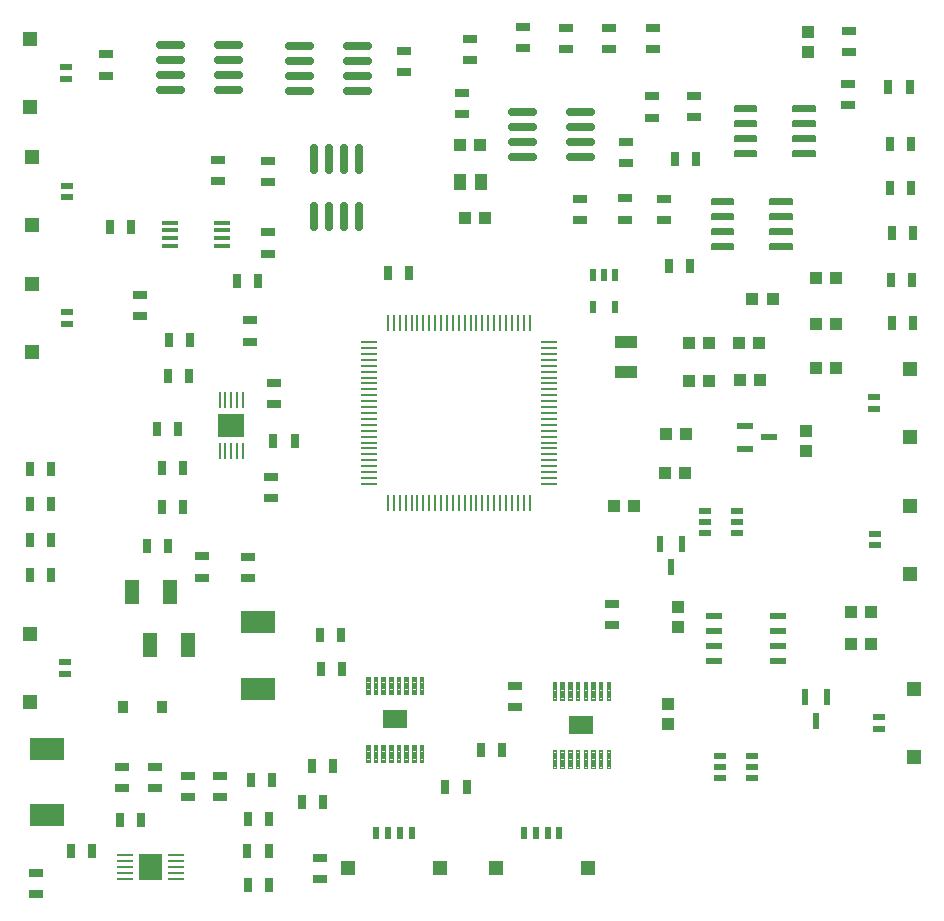
<source format=gbr>
G04 EAGLE Gerber RS-274X export*
G75*
%MOMM*%
%FSLAX34Y34*%
%LPD*%
%INSolderpaste Bottom*%
%IPPOS*%
%AMOC8*
5,1,8,0,0,1.08239X$1,22.5*%
G01*
%ADD10R,0.800000X1.200000*%
%ADD11R,1.200000X0.800000*%
%ADD12R,1.200000X2.000000*%
%ADD13R,1.100000X1.000000*%
%ADD14R,0.812800X1.041400*%
%ADD15R,1.000000X0.550000*%
%ADD16R,1.300000X1.260000*%
%ADD17R,0.550000X1.000000*%
%ADD18R,1.260000X1.300000*%
%ADD19R,1.140000X1.470000*%
%ADD20R,1.000000X1.100000*%
%ADD21R,2.150000X1.600000*%
%ADD22C,0.102500*%
%ADD23R,1.320800X0.558800*%
%ADD24R,0.558800X1.320800*%
%ADD25R,1.473200X0.279400*%
%ADD26R,0.279400X1.473200*%
%ADD27R,1.320800X0.406400*%
%ADD28R,0.279400X1.397000*%
%ADD29R,1.397000X0.279400*%
%ADD30R,0.558800X1.422400*%
%ADD31C,0.700000*%
%ADD32R,1.900000X1.100000*%
%ADD33R,2.997200X1.955800*%
%ADD34R,1.460500X0.558800*%
%ADD35R,0.990600X0.508000*%
%ADD36R,0.508000X0.977900*%
%ADD37C,0.150000*%

G36*
X205742Y61978D02*
X205742Y61978D01*
X205744Y61977D01*
X205787Y61997D01*
X205831Y62015D01*
X205831Y62017D01*
X205833Y62018D01*
X205866Y62103D01*
X205866Y83693D01*
X205866Y83694D01*
X205866Y83696D01*
X205866Y83697D01*
X205846Y83740D01*
X205828Y83784D01*
X205826Y83784D01*
X205825Y83786D01*
X205740Y83819D01*
X186436Y83819D01*
X186434Y83818D01*
X186432Y83819D01*
X186389Y83799D01*
X186345Y83781D01*
X186345Y83779D01*
X186343Y83778D01*
X186310Y83693D01*
X186310Y62103D01*
X186311Y62101D01*
X186310Y62099D01*
X186330Y62056D01*
X186348Y62012D01*
X186350Y62012D01*
X186351Y62010D01*
X186436Y61977D01*
X205740Y61977D01*
X205742Y61978D01*
G37*
G36*
X275466Y436998D02*
X275466Y436998D01*
X275468Y436998D01*
X275511Y437018D01*
X275554Y437036D01*
X275555Y437038D01*
X275557Y437039D01*
X275590Y437124D01*
X275590Y456428D01*
X275589Y456430D01*
X275590Y456432D01*
X275570Y456475D01*
X275552Y456519D01*
X275550Y456519D01*
X275549Y456521D01*
X275464Y456554D01*
X253874Y456554D01*
X253872Y456553D01*
X253870Y456554D01*
X253827Y456534D01*
X253783Y456516D01*
X253782Y456514D01*
X253780Y456513D01*
X253748Y456428D01*
X253748Y437124D01*
X253748Y437122D01*
X253748Y437120D01*
X253767Y437077D01*
X253786Y437033D01*
X253788Y437032D01*
X253789Y437030D01*
X253874Y436998D01*
X275464Y436998D01*
X275466Y436998D01*
G37*
D10*
X281252Y146464D03*
X299252Y146464D03*
D11*
X158916Y742794D03*
X158916Y760794D03*
D10*
X396870Y575684D03*
X414870Y575684D03*
D11*
X460114Y728057D03*
X460114Y710057D03*
X278750Y335467D03*
X278750Y317467D03*
X298142Y402939D03*
X298142Y384939D03*
X280119Y517690D03*
X280119Y535690D03*
D10*
X224053Y410625D03*
X206053Y410625D03*
D12*
X180335Y305671D03*
X212335Y305671D03*
D10*
X93800Y380000D03*
X111800Y380000D03*
X93800Y410000D03*
X111800Y410000D03*
X93800Y320000D03*
X111800Y320000D03*
X93800Y350000D03*
X111800Y350000D03*
D11*
X255016Y131970D03*
X255016Y149970D03*
D10*
X146668Y86106D03*
X128668Y86106D03*
D11*
X99060Y49674D03*
X99060Y67674D03*
D10*
X278274Y86444D03*
X296274Y86444D03*
D11*
X172212Y139590D03*
X172212Y157590D03*
D12*
X195592Y260652D03*
X227592Y260652D03*
D10*
X228975Y488901D03*
X210975Y488901D03*
D13*
X462670Y622046D03*
X479670Y622046D03*
X457844Y684530D03*
X474844Y684530D03*
X759955Y495173D03*
X776955Y495173D03*
X759862Y532916D03*
X776862Y532916D03*
X759914Y571473D03*
X776914Y571473D03*
X722846Y553481D03*
X705846Y553481D03*
X711732Y516801D03*
X694732Y516801D03*
X669417Y516496D03*
X652417Y516496D03*
X669054Y484138D03*
X652054Y484138D03*
D11*
X295854Y610089D03*
X295854Y592089D03*
D10*
X269547Y569183D03*
X287547Y569183D03*
X192848Y344325D03*
X210848Y344325D03*
D14*
X206050Y208602D03*
X173030Y208602D03*
D15*
X809709Y355117D03*
X809709Y345117D03*
D16*
X839609Y378867D03*
X839609Y321317D03*
D15*
X812800Y199748D03*
X812800Y189748D03*
D16*
X842700Y223498D03*
X842700Y165948D03*
D15*
X125576Y639802D03*
X125576Y649802D03*
D16*
X95676Y616052D03*
X95676Y673602D03*
D15*
X124460Y739979D03*
X124460Y749979D03*
D16*
X94560Y716229D03*
X94560Y773779D03*
D17*
X542455Y101693D03*
X532455Y101693D03*
X522455Y101693D03*
X512455Y101693D03*
D18*
X566205Y71793D03*
X488655Y71793D03*
D17*
X417413Y101777D03*
X407413Y101777D03*
X397413Y101777D03*
X387413Y101777D03*
D18*
X441163Y71877D03*
X363613Y71877D03*
D19*
X457952Y652526D03*
X475752Y652526D03*
D13*
X631760Y406092D03*
X648760Y406092D03*
D20*
X634239Y211108D03*
X634239Y194108D03*
D13*
X788860Y261233D03*
X805860Y261233D03*
X805960Y288904D03*
X788960Y288904D03*
D11*
X239684Y317783D03*
X239684Y335783D03*
D10*
X201353Y443791D03*
X219353Y443791D03*
X229455Y519027D03*
X211455Y519027D03*
X224053Y377606D03*
X206053Y377606D03*
D11*
X586570Y295851D03*
X586570Y277851D03*
X504952Y225916D03*
X504952Y207916D03*
D10*
X463914Y140716D03*
X445914Y140716D03*
X324422Y128278D03*
X342422Y128278D03*
X187942Y112200D03*
X169942Y112200D03*
D11*
X227584Y150224D03*
X227584Y132224D03*
D10*
X278867Y113538D03*
X296867Y113538D03*
D11*
X200406Y139844D03*
X200406Y157844D03*
D10*
X840064Y685082D03*
X822064Y685082D03*
D13*
X712323Y484740D03*
X695323Y484740D03*
D10*
X476140Y171704D03*
X494140Y171704D03*
X332776Y158458D03*
X350776Y158458D03*
X180030Y614913D03*
X162030Y614913D03*
D11*
X186883Y557114D03*
X186883Y539114D03*
X295406Y670536D03*
X295406Y652536D03*
X253365Y653486D03*
X253365Y671486D03*
D13*
X605400Y378460D03*
X588400Y378460D03*
D20*
X750993Y424745D03*
X750993Y441745D03*
D13*
X649460Y439030D03*
X632460Y439030D03*
D21*
X561086Y193040D03*
D22*
X585374Y171678D02*
X585374Y157002D01*
X582298Y157002D01*
X582298Y171678D01*
X585374Y171678D01*
X585374Y157976D02*
X582298Y157976D01*
X582298Y158950D02*
X585374Y158950D01*
X585374Y159924D02*
X582298Y159924D01*
X582298Y160898D02*
X585374Y160898D01*
X585374Y161872D02*
X582298Y161872D01*
X582298Y162846D02*
X585374Y162846D01*
X585374Y163820D02*
X582298Y163820D01*
X582298Y164794D02*
X585374Y164794D01*
X585374Y165768D02*
X582298Y165768D01*
X582298Y166742D02*
X585374Y166742D01*
X585374Y167716D02*
X582298Y167716D01*
X582298Y168690D02*
X585374Y168690D01*
X585374Y169664D02*
X582298Y169664D01*
X582298Y170638D02*
X585374Y170638D01*
X585374Y171612D02*
X582298Y171612D01*
X578874Y171678D02*
X578874Y157002D01*
X575798Y157002D01*
X575798Y171678D01*
X578874Y171678D01*
X578874Y157976D02*
X575798Y157976D01*
X575798Y158950D02*
X578874Y158950D01*
X578874Y159924D02*
X575798Y159924D01*
X575798Y160898D02*
X578874Y160898D01*
X578874Y161872D02*
X575798Y161872D01*
X575798Y162846D02*
X578874Y162846D01*
X578874Y163820D02*
X575798Y163820D01*
X575798Y164794D02*
X578874Y164794D01*
X578874Y165768D02*
X575798Y165768D01*
X575798Y166742D02*
X578874Y166742D01*
X578874Y167716D02*
X575798Y167716D01*
X575798Y168690D02*
X578874Y168690D01*
X578874Y169664D02*
X575798Y169664D01*
X575798Y170638D02*
X578874Y170638D01*
X578874Y171612D02*
X575798Y171612D01*
X572374Y171678D02*
X572374Y157002D01*
X569298Y157002D01*
X569298Y171678D01*
X572374Y171678D01*
X572374Y157976D02*
X569298Y157976D01*
X569298Y158950D02*
X572374Y158950D01*
X572374Y159924D02*
X569298Y159924D01*
X569298Y160898D02*
X572374Y160898D01*
X572374Y161872D02*
X569298Y161872D01*
X569298Y162846D02*
X572374Y162846D01*
X572374Y163820D02*
X569298Y163820D01*
X569298Y164794D02*
X572374Y164794D01*
X572374Y165768D02*
X569298Y165768D01*
X569298Y166742D02*
X572374Y166742D01*
X572374Y167716D02*
X569298Y167716D01*
X569298Y168690D02*
X572374Y168690D01*
X572374Y169664D02*
X569298Y169664D01*
X569298Y170638D02*
X572374Y170638D01*
X572374Y171612D02*
X569298Y171612D01*
X565874Y171678D02*
X565874Y157002D01*
X562798Y157002D01*
X562798Y171678D01*
X565874Y171678D01*
X565874Y157976D02*
X562798Y157976D01*
X562798Y158950D02*
X565874Y158950D01*
X565874Y159924D02*
X562798Y159924D01*
X562798Y160898D02*
X565874Y160898D01*
X565874Y161872D02*
X562798Y161872D01*
X562798Y162846D02*
X565874Y162846D01*
X565874Y163820D02*
X562798Y163820D01*
X562798Y164794D02*
X565874Y164794D01*
X565874Y165768D02*
X562798Y165768D01*
X562798Y166742D02*
X565874Y166742D01*
X565874Y167716D02*
X562798Y167716D01*
X562798Y168690D02*
X565874Y168690D01*
X565874Y169664D02*
X562798Y169664D01*
X562798Y170638D02*
X565874Y170638D01*
X565874Y171612D02*
X562798Y171612D01*
X559374Y171678D02*
X559374Y157002D01*
X556298Y157002D01*
X556298Y171678D01*
X559374Y171678D01*
X559374Y157976D02*
X556298Y157976D01*
X556298Y158950D02*
X559374Y158950D01*
X559374Y159924D02*
X556298Y159924D01*
X556298Y160898D02*
X559374Y160898D01*
X559374Y161872D02*
X556298Y161872D01*
X556298Y162846D02*
X559374Y162846D01*
X559374Y163820D02*
X556298Y163820D01*
X556298Y164794D02*
X559374Y164794D01*
X559374Y165768D02*
X556298Y165768D01*
X556298Y166742D02*
X559374Y166742D01*
X559374Y167716D02*
X556298Y167716D01*
X556298Y168690D02*
X559374Y168690D01*
X559374Y169664D02*
X556298Y169664D01*
X556298Y170638D02*
X559374Y170638D01*
X559374Y171612D02*
X556298Y171612D01*
X552874Y171678D02*
X552874Y157002D01*
X549798Y157002D01*
X549798Y171678D01*
X552874Y171678D01*
X552874Y157976D02*
X549798Y157976D01*
X549798Y158950D02*
X552874Y158950D01*
X552874Y159924D02*
X549798Y159924D01*
X549798Y160898D02*
X552874Y160898D01*
X552874Y161872D02*
X549798Y161872D01*
X549798Y162846D02*
X552874Y162846D01*
X552874Y163820D02*
X549798Y163820D01*
X549798Y164794D02*
X552874Y164794D01*
X552874Y165768D02*
X549798Y165768D01*
X549798Y166742D02*
X552874Y166742D01*
X552874Y167716D02*
X549798Y167716D01*
X549798Y168690D02*
X552874Y168690D01*
X552874Y169664D02*
X549798Y169664D01*
X549798Y170638D02*
X552874Y170638D01*
X552874Y171612D02*
X549798Y171612D01*
X546374Y171678D02*
X546374Y157002D01*
X543298Y157002D01*
X543298Y171678D01*
X546374Y171678D01*
X546374Y157976D02*
X543298Y157976D01*
X543298Y158950D02*
X546374Y158950D01*
X546374Y159924D02*
X543298Y159924D01*
X543298Y160898D02*
X546374Y160898D01*
X546374Y161872D02*
X543298Y161872D01*
X543298Y162846D02*
X546374Y162846D01*
X546374Y163820D02*
X543298Y163820D01*
X543298Y164794D02*
X546374Y164794D01*
X546374Y165768D02*
X543298Y165768D01*
X543298Y166742D02*
X546374Y166742D01*
X546374Y167716D02*
X543298Y167716D01*
X543298Y168690D02*
X546374Y168690D01*
X546374Y169664D02*
X543298Y169664D01*
X543298Y170638D02*
X546374Y170638D01*
X546374Y171612D02*
X543298Y171612D01*
X539874Y171678D02*
X539874Y157002D01*
X536798Y157002D01*
X536798Y171678D01*
X539874Y171678D01*
X539874Y157976D02*
X536798Y157976D01*
X536798Y158950D02*
X539874Y158950D01*
X539874Y159924D02*
X536798Y159924D01*
X536798Y160898D02*
X539874Y160898D01*
X539874Y161872D02*
X536798Y161872D01*
X536798Y162846D02*
X539874Y162846D01*
X539874Y163820D02*
X536798Y163820D01*
X536798Y164794D02*
X539874Y164794D01*
X539874Y165768D02*
X536798Y165768D01*
X536798Y166742D02*
X539874Y166742D01*
X539874Y167716D02*
X536798Y167716D01*
X536798Y168690D02*
X539874Y168690D01*
X539874Y169664D02*
X536798Y169664D01*
X536798Y170638D02*
X539874Y170638D01*
X539874Y171612D02*
X536798Y171612D01*
X539874Y214402D02*
X539874Y229078D01*
X539874Y214402D02*
X536798Y214402D01*
X536798Y229078D01*
X539874Y229078D01*
X539874Y215376D02*
X536798Y215376D01*
X536798Y216350D02*
X539874Y216350D01*
X539874Y217324D02*
X536798Y217324D01*
X536798Y218298D02*
X539874Y218298D01*
X539874Y219272D02*
X536798Y219272D01*
X536798Y220246D02*
X539874Y220246D01*
X539874Y221220D02*
X536798Y221220D01*
X536798Y222194D02*
X539874Y222194D01*
X539874Y223168D02*
X536798Y223168D01*
X536798Y224142D02*
X539874Y224142D01*
X539874Y225116D02*
X536798Y225116D01*
X536798Y226090D02*
X539874Y226090D01*
X539874Y227064D02*
X536798Y227064D01*
X536798Y228038D02*
X539874Y228038D01*
X539874Y229012D02*
X536798Y229012D01*
X546374Y229078D02*
X546374Y214402D01*
X543298Y214402D01*
X543298Y229078D01*
X546374Y229078D01*
X546374Y215376D02*
X543298Y215376D01*
X543298Y216350D02*
X546374Y216350D01*
X546374Y217324D02*
X543298Y217324D01*
X543298Y218298D02*
X546374Y218298D01*
X546374Y219272D02*
X543298Y219272D01*
X543298Y220246D02*
X546374Y220246D01*
X546374Y221220D02*
X543298Y221220D01*
X543298Y222194D02*
X546374Y222194D01*
X546374Y223168D02*
X543298Y223168D01*
X543298Y224142D02*
X546374Y224142D01*
X546374Y225116D02*
X543298Y225116D01*
X543298Y226090D02*
X546374Y226090D01*
X546374Y227064D02*
X543298Y227064D01*
X543298Y228038D02*
X546374Y228038D01*
X546374Y229012D02*
X543298Y229012D01*
X552874Y229078D02*
X552874Y214402D01*
X549798Y214402D01*
X549798Y229078D01*
X552874Y229078D01*
X552874Y215376D02*
X549798Y215376D01*
X549798Y216350D02*
X552874Y216350D01*
X552874Y217324D02*
X549798Y217324D01*
X549798Y218298D02*
X552874Y218298D01*
X552874Y219272D02*
X549798Y219272D01*
X549798Y220246D02*
X552874Y220246D01*
X552874Y221220D02*
X549798Y221220D01*
X549798Y222194D02*
X552874Y222194D01*
X552874Y223168D02*
X549798Y223168D01*
X549798Y224142D02*
X552874Y224142D01*
X552874Y225116D02*
X549798Y225116D01*
X549798Y226090D02*
X552874Y226090D01*
X552874Y227064D02*
X549798Y227064D01*
X549798Y228038D02*
X552874Y228038D01*
X552874Y229012D02*
X549798Y229012D01*
X559374Y229078D02*
X559374Y214402D01*
X556298Y214402D01*
X556298Y229078D01*
X559374Y229078D01*
X559374Y215376D02*
X556298Y215376D01*
X556298Y216350D02*
X559374Y216350D01*
X559374Y217324D02*
X556298Y217324D01*
X556298Y218298D02*
X559374Y218298D01*
X559374Y219272D02*
X556298Y219272D01*
X556298Y220246D02*
X559374Y220246D01*
X559374Y221220D02*
X556298Y221220D01*
X556298Y222194D02*
X559374Y222194D01*
X559374Y223168D02*
X556298Y223168D01*
X556298Y224142D02*
X559374Y224142D01*
X559374Y225116D02*
X556298Y225116D01*
X556298Y226090D02*
X559374Y226090D01*
X559374Y227064D02*
X556298Y227064D01*
X556298Y228038D02*
X559374Y228038D01*
X559374Y229012D02*
X556298Y229012D01*
X565874Y229078D02*
X565874Y214402D01*
X562798Y214402D01*
X562798Y229078D01*
X565874Y229078D01*
X565874Y215376D02*
X562798Y215376D01*
X562798Y216350D02*
X565874Y216350D01*
X565874Y217324D02*
X562798Y217324D01*
X562798Y218298D02*
X565874Y218298D01*
X565874Y219272D02*
X562798Y219272D01*
X562798Y220246D02*
X565874Y220246D01*
X565874Y221220D02*
X562798Y221220D01*
X562798Y222194D02*
X565874Y222194D01*
X565874Y223168D02*
X562798Y223168D01*
X562798Y224142D02*
X565874Y224142D01*
X565874Y225116D02*
X562798Y225116D01*
X562798Y226090D02*
X565874Y226090D01*
X565874Y227064D02*
X562798Y227064D01*
X562798Y228038D02*
X565874Y228038D01*
X565874Y229012D02*
X562798Y229012D01*
X572374Y229078D02*
X572374Y214402D01*
X569298Y214402D01*
X569298Y229078D01*
X572374Y229078D01*
X572374Y215376D02*
X569298Y215376D01*
X569298Y216350D02*
X572374Y216350D01*
X572374Y217324D02*
X569298Y217324D01*
X569298Y218298D02*
X572374Y218298D01*
X572374Y219272D02*
X569298Y219272D01*
X569298Y220246D02*
X572374Y220246D01*
X572374Y221220D02*
X569298Y221220D01*
X569298Y222194D02*
X572374Y222194D01*
X572374Y223168D02*
X569298Y223168D01*
X569298Y224142D02*
X572374Y224142D01*
X572374Y225116D02*
X569298Y225116D01*
X569298Y226090D02*
X572374Y226090D01*
X572374Y227064D02*
X569298Y227064D01*
X569298Y228038D02*
X572374Y228038D01*
X572374Y229012D02*
X569298Y229012D01*
X578874Y229078D02*
X578874Y214402D01*
X575798Y214402D01*
X575798Y229078D01*
X578874Y229078D01*
X578874Y215376D02*
X575798Y215376D01*
X575798Y216350D02*
X578874Y216350D01*
X578874Y217324D02*
X575798Y217324D01*
X575798Y218298D02*
X578874Y218298D01*
X578874Y219272D02*
X575798Y219272D01*
X575798Y220246D02*
X578874Y220246D01*
X578874Y221220D02*
X575798Y221220D01*
X575798Y222194D02*
X578874Y222194D01*
X578874Y223168D02*
X575798Y223168D01*
X575798Y224142D02*
X578874Y224142D01*
X578874Y225116D02*
X575798Y225116D01*
X575798Y226090D02*
X578874Y226090D01*
X578874Y227064D02*
X575798Y227064D01*
X575798Y228038D02*
X578874Y228038D01*
X578874Y229012D02*
X575798Y229012D01*
X585374Y229078D02*
X585374Y214402D01*
X582298Y214402D01*
X582298Y229078D01*
X585374Y229078D01*
X585374Y215376D02*
X582298Y215376D01*
X582298Y216350D02*
X585374Y216350D01*
X585374Y217324D02*
X582298Y217324D01*
X582298Y218298D02*
X585374Y218298D01*
X585374Y219272D02*
X582298Y219272D01*
X582298Y220246D02*
X585374Y220246D01*
X585374Y221220D02*
X582298Y221220D01*
X582298Y222194D02*
X585374Y222194D01*
X585374Y223168D02*
X582298Y223168D01*
X582298Y224142D02*
X585374Y224142D01*
X585374Y225116D02*
X582298Y225116D01*
X582298Y226090D02*
X585374Y226090D01*
X585374Y227064D02*
X582298Y227064D01*
X582298Y228038D02*
X585374Y228038D01*
X585374Y229012D02*
X582298Y229012D01*
D23*
X699485Y427118D03*
X699485Y446168D03*
X719805Y436643D03*
D24*
X750005Y217164D03*
X769055Y217164D03*
X759530Y196844D03*
D25*
X533400Y517200D03*
X533400Y512200D03*
X533400Y507200D03*
X533400Y502200D03*
X533400Y497200D03*
X533400Y492200D03*
X533400Y487200D03*
X533400Y482200D03*
X533400Y477200D03*
X533400Y472200D03*
X533400Y467200D03*
X533400Y462200D03*
X533400Y457200D03*
X533400Y452200D03*
X533400Y447200D03*
X533400Y442200D03*
X533400Y437200D03*
X533400Y432200D03*
X533400Y427200D03*
X533400Y422200D03*
X533400Y417200D03*
X533400Y412200D03*
X533400Y407200D03*
X533400Y402200D03*
X533400Y397200D03*
D26*
X517200Y381000D03*
X512200Y381000D03*
X507200Y381000D03*
X502200Y381000D03*
X497200Y381000D03*
X492200Y381000D03*
X487200Y381000D03*
X482200Y381000D03*
X477200Y381000D03*
X472200Y381000D03*
X467200Y381000D03*
X462200Y381000D03*
X457200Y381000D03*
X452200Y381000D03*
X447200Y381000D03*
X442200Y381000D03*
X437200Y381000D03*
X432200Y381000D03*
X427200Y381000D03*
X422200Y381000D03*
X417200Y381000D03*
X412200Y381000D03*
X407200Y381000D03*
X402200Y381000D03*
X397200Y381000D03*
D25*
X381000Y397200D03*
X381000Y402200D03*
X381000Y407200D03*
X381000Y412200D03*
X381000Y417200D03*
X381000Y422200D03*
X381000Y427200D03*
X381000Y432200D03*
X381000Y437200D03*
X381000Y442200D03*
X381000Y447200D03*
X381000Y452200D03*
X381000Y457200D03*
X381000Y462200D03*
X381000Y467200D03*
X381000Y472200D03*
X381000Y477200D03*
X381000Y482200D03*
X381000Y487200D03*
X381000Y492200D03*
X381000Y497200D03*
X381000Y502200D03*
X381000Y507200D03*
X381000Y512200D03*
X381000Y517200D03*
D26*
X397200Y533400D03*
X402200Y533400D03*
X407200Y533400D03*
X412200Y533400D03*
X417200Y533400D03*
X422200Y533400D03*
X427200Y533400D03*
X432200Y533400D03*
X437200Y533400D03*
X442200Y533400D03*
X447200Y533400D03*
X452200Y533400D03*
X457200Y533400D03*
X462200Y533400D03*
X467200Y533400D03*
X472200Y533400D03*
X477200Y533400D03*
X482200Y533400D03*
X487200Y533400D03*
X492200Y533400D03*
X497200Y533400D03*
X502200Y533400D03*
X507200Y533400D03*
X512200Y533400D03*
X517200Y533400D03*
D27*
X256558Y618496D03*
X256558Y611993D03*
X256558Y605491D03*
X256558Y598988D03*
X212362Y598988D03*
X212362Y605491D03*
X212362Y611993D03*
X212362Y618496D03*
D21*
X402972Y197836D03*
D22*
X427260Y176474D02*
X427260Y161798D01*
X424184Y161798D01*
X424184Y176474D01*
X427260Y176474D01*
X427260Y162772D02*
X424184Y162772D01*
X424184Y163746D02*
X427260Y163746D01*
X427260Y164720D02*
X424184Y164720D01*
X424184Y165694D02*
X427260Y165694D01*
X427260Y166668D02*
X424184Y166668D01*
X424184Y167642D02*
X427260Y167642D01*
X427260Y168616D02*
X424184Y168616D01*
X424184Y169590D02*
X427260Y169590D01*
X427260Y170564D02*
X424184Y170564D01*
X424184Y171538D02*
X427260Y171538D01*
X427260Y172512D02*
X424184Y172512D01*
X424184Y173486D02*
X427260Y173486D01*
X427260Y174460D02*
X424184Y174460D01*
X424184Y175434D02*
X427260Y175434D01*
X427260Y176408D02*
X424184Y176408D01*
X420760Y176474D02*
X420760Y161798D01*
X417684Y161798D01*
X417684Y176474D01*
X420760Y176474D01*
X420760Y162772D02*
X417684Y162772D01*
X417684Y163746D02*
X420760Y163746D01*
X420760Y164720D02*
X417684Y164720D01*
X417684Y165694D02*
X420760Y165694D01*
X420760Y166668D02*
X417684Y166668D01*
X417684Y167642D02*
X420760Y167642D01*
X420760Y168616D02*
X417684Y168616D01*
X417684Y169590D02*
X420760Y169590D01*
X420760Y170564D02*
X417684Y170564D01*
X417684Y171538D02*
X420760Y171538D01*
X420760Y172512D02*
X417684Y172512D01*
X417684Y173486D02*
X420760Y173486D01*
X420760Y174460D02*
X417684Y174460D01*
X417684Y175434D02*
X420760Y175434D01*
X420760Y176408D02*
X417684Y176408D01*
X414260Y176474D02*
X414260Y161798D01*
X411184Y161798D01*
X411184Y176474D01*
X414260Y176474D01*
X414260Y162772D02*
X411184Y162772D01*
X411184Y163746D02*
X414260Y163746D01*
X414260Y164720D02*
X411184Y164720D01*
X411184Y165694D02*
X414260Y165694D01*
X414260Y166668D02*
X411184Y166668D01*
X411184Y167642D02*
X414260Y167642D01*
X414260Y168616D02*
X411184Y168616D01*
X411184Y169590D02*
X414260Y169590D01*
X414260Y170564D02*
X411184Y170564D01*
X411184Y171538D02*
X414260Y171538D01*
X414260Y172512D02*
X411184Y172512D01*
X411184Y173486D02*
X414260Y173486D01*
X414260Y174460D02*
X411184Y174460D01*
X411184Y175434D02*
X414260Y175434D01*
X414260Y176408D02*
X411184Y176408D01*
X407760Y176474D02*
X407760Y161798D01*
X404684Y161798D01*
X404684Y176474D01*
X407760Y176474D01*
X407760Y162772D02*
X404684Y162772D01*
X404684Y163746D02*
X407760Y163746D01*
X407760Y164720D02*
X404684Y164720D01*
X404684Y165694D02*
X407760Y165694D01*
X407760Y166668D02*
X404684Y166668D01*
X404684Y167642D02*
X407760Y167642D01*
X407760Y168616D02*
X404684Y168616D01*
X404684Y169590D02*
X407760Y169590D01*
X407760Y170564D02*
X404684Y170564D01*
X404684Y171538D02*
X407760Y171538D01*
X407760Y172512D02*
X404684Y172512D01*
X404684Y173486D02*
X407760Y173486D01*
X407760Y174460D02*
X404684Y174460D01*
X404684Y175434D02*
X407760Y175434D01*
X407760Y176408D02*
X404684Y176408D01*
X401260Y176474D02*
X401260Y161798D01*
X398184Y161798D01*
X398184Y176474D01*
X401260Y176474D01*
X401260Y162772D02*
X398184Y162772D01*
X398184Y163746D02*
X401260Y163746D01*
X401260Y164720D02*
X398184Y164720D01*
X398184Y165694D02*
X401260Y165694D01*
X401260Y166668D02*
X398184Y166668D01*
X398184Y167642D02*
X401260Y167642D01*
X401260Y168616D02*
X398184Y168616D01*
X398184Y169590D02*
X401260Y169590D01*
X401260Y170564D02*
X398184Y170564D01*
X398184Y171538D02*
X401260Y171538D01*
X401260Y172512D02*
X398184Y172512D01*
X398184Y173486D02*
X401260Y173486D01*
X401260Y174460D02*
X398184Y174460D01*
X398184Y175434D02*
X401260Y175434D01*
X401260Y176408D02*
X398184Y176408D01*
X394760Y176474D02*
X394760Y161798D01*
X391684Y161798D01*
X391684Y176474D01*
X394760Y176474D01*
X394760Y162772D02*
X391684Y162772D01*
X391684Y163746D02*
X394760Y163746D01*
X394760Y164720D02*
X391684Y164720D01*
X391684Y165694D02*
X394760Y165694D01*
X394760Y166668D02*
X391684Y166668D01*
X391684Y167642D02*
X394760Y167642D01*
X394760Y168616D02*
X391684Y168616D01*
X391684Y169590D02*
X394760Y169590D01*
X394760Y170564D02*
X391684Y170564D01*
X391684Y171538D02*
X394760Y171538D01*
X394760Y172512D02*
X391684Y172512D01*
X391684Y173486D02*
X394760Y173486D01*
X394760Y174460D02*
X391684Y174460D01*
X391684Y175434D02*
X394760Y175434D01*
X394760Y176408D02*
X391684Y176408D01*
X388260Y176474D02*
X388260Y161798D01*
X385184Y161798D01*
X385184Y176474D01*
X388260Y176474D01*
X388260Y162772D02*
X385184Y162772D01*
X385184Y163746D02*
X388260Y163746D01*
X388260Y164720D02*
X385184Y164720D01*
X385184Y165694D02*
X388260Y165694D01*
X388260Y166668D02*
X385184Y166668D01*
X385184Y167642D02*
X388260Y167642D01*
X388260Y168616D02*
X385184Y168616D01*
X385184Y169590D02*
X388260Y169590D01*
X388260Y170564D02*
X385184Y170564D01*
X385184Y171538D02*
X388260Y171538D01*
X388260Y172512D02*
X385184Y172512D01*
X385184Y173486D02*
X388260Y173486D01*
X388260Y174460D02*
X385184Y174460D01*
X385184Y175434D02*
X388260Y175434D01*
X388260Y176408D02*
X385184Y176408D01*
X381760Y176474D02*
X381760Y161798D01*
X378684Y161798D01*
X378684Y176474D01*
X381760Y176474D01*
X381760Y162772D02*
X378684Y162772D01*
X378684Y163746D02*
X381760Y163746D01*
X381760Y164720D02*
X378684Y164720D01*
X378684Y165694D02*
X381760Y165694D01*
X381760Y166668D02*
X378684Y166668D01*
X378684Y167642D02*
X381760Y167642D01*
X381760Y168616D02*
X378684Y168616D01*
X378684Y169590D02*
X381760Y169590D01*
X381760Y170564D02*
X378684Y170564D01*
X378684Y171538D02*
X381760Y171538D01*
X381760Y172512D02*
X378684Y172512D01*
X378684Y173486D02*
X381760Y173486D01*
X381760Y174460D02*
X378684Y174460D01*
X378684Y175434D02*
X381760Y175434D01*
X381760Y176408D02*
X378684Y176408D01*
X381760Y219198D02*
X381760Y233874D01*
X381760Y219198D02*
X378684Y219198D01*
X378684Y233874D01*
X381760Y233874D01*
X381760Y220172D02*
X378684Y220172D01*
X378684Y221146D02*
X381760Y221146D01*
X381760Y222120D02*
X378684Y222120D01*
X378684Y223094D02*
X381760Y223094D01*
X381760Y224068D02*
X378684Y224068D01*
X378684Y225042D02*
X381760Y225042D01*
X381760Y226016D02*
X378684Y226016D01*
X378684Y226990D02*
X381760Y226990D01*
X381760Y227964D02*
X378684Y227964D01*
X378684Y228938D02*
X381760Y228938D01*
X381760Y229912D02*
X378684Y229912D01*
X378684Y230886D02*
X381760Y230886D01*
X381760Y231860D02*
X378684Y231860D01*
X378684Y232834D02*
X381760Y232834D01*
X381760Y233808D02*
X378684Y233808D01*
X388260Y233874D02*
X388260Y219198D01*
X385184Y219198D01*
X385184Y233874D01*
X388260Y233874D01*
X388260Y220172D02*
X385184Y220172D01*
X385184Y221146D02*
X388260Y221146D01*
X388260Y222120D02*
X385184Y222120D01*
X385184Y223094D02*
X388260Y223094D01*
X388260Y224068D02*
X385184Y224068D01*
X385184Y225042D02*
X388260Y225042D01*
X388260Y226016D02*
X385184Y226016D01*
X385184Y226990D02*
X388260Y226990D01*
X388260Y227964D02*
X385184Y227964D01*
X385184Y228938D02*
X388260Y228938D01*
X388260Y229912D02*
X385184Y229912D01*
X385184Y230886D02*
X388260Y230886D01*
X388260Y231860D02*
X385184Y231860D01*
X385184Y232834D02*
X388260Y232834D01*
X388260Y233808D02*
X385184Y233808D01*
X394760Y233874D02*
X394760Y219198D01*
X391684Y219198D01*
X391684Y233874D01*
X394760Y233874D01*
X394760Y220172D02*
X391684Y220172D01*
X391684Y221146D02*
X394760Y221146D01*
X394760Y222120D02*
X391684Y222120D01*
X391684Y223094D02*
X394760Y223094D01*
X394760Y224068D02*
X391684Y224068D01*
X391684Y225042D02*
X394760Y225042D01*
X394760Y226016D02*
X391684Y226016D01*
X391684Y226990D02*
X394760Y226990D01*
X394760Y227964D02*
X391684Y227964D01*
X391684Y228938D02*
X394760Y228938D01*
X394760Y229912D02*
X391684Y229912D01*
X391684Y230886D02*
X394760Y230886D01*
X394760Y231860D02*
X391684Y231860D01*
X391684Y232834D02*
X394760Y232834D01*
X394760Y233808D02*
X391684Y233808D01*
X401260Y233874D02*
X401260Y219198D01*
X398184Y219198D01*
X398184Y233874D01*
X401260Y233874D01*
X401260Y220172D02*
X398184Y220172D01*
X398184Y221146D02*
X401260Y221146D01*
X401260Y222120D02*
X398184Y222120D01*
X398184Y223094D02*
X401260Y223094D01*
X401260Y224068D02*
X398184Y224068D01*
X398184Y225042D02*
X401260Y225042D01*
X401260Y226016D02*
X398184Y226016D01*
X398184Y226990D02*
X401260Y226990D01*
X401260Y227964D02*
X398184Y227964D01*
X398184Y228938D02*
X401260Y228938D01*
X401260Y229912D02*
X398184Y229912D01*
X398184Y230886D02*
X401260Y230886D01*
X401260Y231860D02*
X398184Y231860D01*
X398184Y232834D02*
X401260Y232834D01*
X401260Y233808D02*
X398184Y233808D01*
X407760Y233874D02*
X407760Y219198D01*
X404684Y219198D01*
X404684Y233874D01*
X407760Y233874D01*
X407760Y220172D02*
X404684Y220172D01*
X404684Y221146D02*
X407760Y221146D01*
X407760Y222120D02*
X404684Y222120D01*
X404684Y223094D02*
X407760Y223094D01*
X407760Y224068D02*
X404684Y224068D01*
X404684Y225042D02*
X407760Y225042D01*
X407760Y226016D02*
X404684Y226016D01*
X404684Y226990D02*
X407760Y226990D01*
X407760Y227964D02*
X404684Y227964D01*
X404684Y228938D02*
X407760Y228938D01*
X407760Y229912D02*
X404684Y229912D01*
X404684Y230886D02*
X407760Y230886D01*
X407760Y231860D02*
X404684Y231860D01*
X404684Y232834D02*
X407760Y232834D01*
X407760Y233808D02*
X404684Y233808D01*
X414260Y233874D02*
X414260Y219198D01*
X411184Y219198D01*
X411184Y233874D01*
X414260Y233874D01*
X414260Y220172D02*
X411184Y220172D01*
X411184Y221146D02*
X414260Y221146D01*
X414260Y222120D02*
X411184Y222120D01*
X411184Y223094D02*
X414260Y223094D01*
X414260Y224068D02*
X411184Y224068D01*
X411184Y225042D02*
X414260Y225042D01*
X414260Y226016D02*
X411184Y226016D01*
X411184Y226990D02*
X414260Y226990D01*
X414260Y227964D02*
X411184Y227964D01*
X411184Y228938D02*
X414260Y228938D01*
X414260Y229912D02*
X411184Y229912D01*
X411184Y230886D02*
X414260Y230886D01*
X414260Y231860D02*
X411184Y231860D01*
X411184Y232834D02*
X414260Y232834D01*
X414260Y233808D02*
X411184Y233808D01*
X420760Y233874D02*
X420760Y219198D01*
X417684Y219198D01*
X417684Y233874D01*
X420760Y233874D01*
X420760Y220172D02*
X417684Y220172D01*
X417684Y221146D02*
X420760Y221146D01*
X420760Y222120D02*
X417684Y222120D01*
X417684Y223094D02*
X420760Y223094D01*
X420760Y224068D02*
X417684Y224068D01*
X417684Y225042D02*
X420760Y225042D01*
X420760Y226016D02*
X417684Y226016D01*
X417684Y226990D02*
X420760Y226990D01*
X420760Y227964D02*
X417684Y227964D01*
X417684Y228938D02*
X420760Y228938D01*
X420760Y229912D02*
X417684Y229912D01*
X417684Y230886D02*
X420760Y230886D01*
X420760Y231860D02*
X417684Y231860D01*
X417684Y232834D02*
X420760Y232834D01*
X420760Y233808D02*
X417684Y233808D01*
X427260Y233874D02*
X427260Y219198D01*
X424184Y219198D01*
X424184Y233874D01*
X427260Y233874D01*
X427260Y220172D02*
X424184Y220172D01*
X424184Y221146D02*
X427260Y221146D01*
X427260Y222120D02*
X424184Y222120D01*
X424184Y223094D02*
X427260Y223094D01*
X427260Y224068D02*
X424184Y224068D01*
X424184Y225042D02*
X427260Y225042D01*
X427260Y226016D02*
X424184Y226016D01*
X424184Y226990D02*
X427260Y226990D01*
X427260Y227964D02*
X424184Y227964D01*
X424184Y228938D02*
X427260Y228938D01*
X427260Y229912D02*
X424184Y229912D01*
X424184Y230886D02*
X427260Y230886D01*
X427260Y231860D02*
X424184Y231860D01*
X424184Y232834D02*
X427260Y232834D01*
X427260Y233808D02*
X424184Y233808D01*
D28*
X274676Y424932D03*
X269673Y424932D03*
X264669Y424932D03*
X259665Y424932D03*
X254661Y424932D03*
X254661Y468620D03*
X259665Y468620D03*
X264669Y468620D03*
X269673Y468620D03*
X274676Y468620D03*
D29*
X174244Y62890D03*
X174244Y67894D03*
X174244Y72898D03*
X174244Y77902D03*
X174244Y82906D03*
X217932Y82906D03*
X217932Y77902D03*
X217932Y72898D03*
X217932Y67894D03*
X217932Y62890D03*
D30*
X627253Y346202D03*
X646303Y346202D03*
X636778Y326898D03*
D31*
X270990Y768604D02*
X252990Y768604D01*
X252990Y755904D02*
X270990Y755904D01*
X270990Y743204D02*
X252990Y743204D01*
X252990Y730504D02*
X270990Y730504D01*
X221990Y768604D02*
X203990Y768604D01*
X203990Y755904D02*
X221990Y755904D01*
X221990Y743204D02*
X203990Y743204D01*
X203990Y730504D02*
X221990Y730504D01*
X372872Y632370D02*
X372872Y614370D01*
X360172Y614370D02*
X360172Y632370D01*
X347472Y632370D02*
X347472Y614370D01*
X334772Y614370D02*
X334772Y632370D01*
X372872Y663370D02*
X372872Y681370D01*
X360172Y681370D02*
X360172Y663370D01*
X347472Y663370D02*
X347472Y681370D01*
X334772Y681370D02*
X334772Y663370D01*
X502398Y674184D02*
X520398Y674184D01*
X520398Y686884D02*
X502398Y686884D01*
X502398Y699584D02*
X520398Y699584D01*
X520398Y712284D02*
X502398Y712284D01*
X551398Y674184D02*
X569398Y674184D01*
X569398Y686884D02*
X551398Y686884D01*
X551398Y699584D02*
X569398Y699584D01*
X569398Y712284D02*
X551398Y712284D01*
D10*
X841730Y609624D03*
X823730Y609624D03*
D20*
X642876Y292643D03*
X642876Y275643D03*
D15*
X809156Y470510D03*
X809156Y460510D03*
D16*
X839056Y494260D03*
X839056Y436710D03*
D15*
X125736Y532522D03*
X125736Y542522D03*
D16*
X95836Y508772D03*
X95836Y566322D03*
D20*
X753072Y779768D03*
X753072Y762768D03*
D32*
X598510Y491946D03*
X598510Y516946D03*
D33*
X286842Y223642D03*
X286842Y280142D03*
X108204Y173030D03*
X108204Y116530D03*
D34*
X673254Y247639D03*
X673254Y260339D03*
X673254Y273039D03*
X673254Y285739D03*
X727737Y285739D03*
X727737Y273039D03*
X727737Y260339D03*
X727737Y247639D03*
D35*
X665926Y355286D03*
X665926Y364786D03*
X665926Y374286D03*
X692850Y374286D03*
X692850Y364786D03*
X692850Y355286D03*
X678388Y147821D03*
X678388Y157321D03*
X678388Y166821D03*
X705312Y166821D03*
X705312Y157321D03*
X705312Y147821D03*
D15*
X124206Y236474D03*
X124206Y246474D03*
D16*
X94306Y212724D03*
X94306Y270274D03*
D11*
X300990Y464964D03*
X300990Y482964D03*
D10*
X318118Y433324D03*
X300118Y433324D03*
X278528Y57912D03*
X296528Y57912D03*
D11*
X339320Y80714D03*
X339320Y62714D03*
X411064Y763692D03*
X411064Y745692D03*
D31*
X380210Y767842D02*
X362210Y767842D01*
X362210Y755142D02*
X380210Y755142D01*
X380210Y742442D02*
X362210Y742442D01*
X362210Y729742D02*
X380210Y729742D01*
X331210Y767842D02*
X313210Y767842D01*
X313210Y755142D02*
X331210Y755142D01*
X331210Y742442D02*
X313210Y742442D01*
X313210Y729742D02*
X331210Y729742D01*
D36*
X570446Y573941D03*
X579946Y573941D03*
X589446Y573941D03*
X589446Y546636D03*
X570446Y546636D03*
D11*
X466356Y756246D03*
X466356Y774246D03*
X787200Y762800D03*
X787200Y780800D03*
D37*
X758500Y717100D02*
X740300Y717100D01*
X758500Y717100D02*
X758500Y712600D01*
X740300Y712600D01*
X740300Y717100D01*
X740300Y714025D02*
X758500Y714025D01*
X758500Y715450D02*
X740300Y715450D01*
X740300Y716875D02*
X758500Y716875D01*
X758500Y704400D02*
X740300Y704400D01*
X758500Y704400D02*
X758500Y699900D01*
X740300Y699900D01*
X740300Y704400D01*
X740300Y701325D02*
X758500Y701325D01*
X758500Y702750D02*
X740300Y702750D01*
X740300Y704175D02*
X758500Y704175D01*
X758500Y691700D02*
X740300Y691700D01*
X758500Y691700D02*
X758500Y687200D01*
X740300Y687200D01*
X740300Y691700D01*
X740300Y688625D02*
X758500Y688625D01*
X758500Y690050D02*
X740300Y690050D01*
X740300Y691475D02*
X758500Y691475D01*
X758500Y679000D02*
X740300Y679000D01*
X758500Y679000D02*
X758500Y674500D01*
X740300Y674500D01*
X740300Y679000D01*
X740300Y675925D02*
X758500Y675925D01*
X758500Y677350D02*
X740300Y677350D01*
X740300Y678775D02*
X758500Y678775D01*
X709100Y679000D02*
X690900Y679000D01*
X709100Y679000D02*
X709100Y674500D01*
X690900Y674500D01*
X690900Y679000D01*
X690900Y675925D02*
X709100Y675925D01*
X709100Y677350D02*
X690900Y677350D01*
X690900Y678775D02*
X709100Y678775D01*
X709100Y691700D02*
X690900Y691700D01*
X709100Y691700D02*
X709100Y687200D01*
X690900Y687200D01*
X690900Y691700D01*
X690900Y688625D02*
X709100Y688625D01*
X709100Y690050D02*
X690900Y690050D01*
X690900Y691475D02*
X709100Y691475D01*
X709100Y704400D02*
X690900Y704400D01*
X709100Y704400D02*
X709100Y699900D01*
X690900Y699900D01*
X690900Y704400D01*
X690900Y701325D02*
X709100Y701325D01*
X709100Y702750D02*
X690900Y702750D01*
X690900Y704175D02*
X709100Y704175D01*
X709100Y717100D02*
X690900Y717100D01*
X709100Y717100D02*
X709100Y712600D01*
X690900Y712600D01*
X690900Y717100D01*
X690900Y714025D02*
X709100Y714025D01*
X709100Y715450D02*
X690900Y715450D01*
X690900Y716875D02*
X709100Y716875D01*
D10*
X840000Y647700D03*
X822000Y647700D03*
X841100Y570100D03*
X823100Y570100D03*
D37*
X739000Y638400D02*
X720800Y638400D01*
X739000Y638400D02*
X739000Y633900D01*
X720800Y633900D01*
X720800Y638400D01*
X720800Y635325D02*
X739000Y635325D01*
X739000Y636750D02*
X720800Y636750D01*
X720800Y638175D02*
X739000Y638175D01*
X739000Y625700D02*
X720800Y625700D01*
X739000Y625700D02*
X739000Y621200D01*
X720800Y621200D01*
X720800Y625700D01*
X720800Y622625D02*
X739000Y622625D01*
X739000Y624050D02*
X720800Y624050D01*
X720800Y625475D02*
X739000Y625475D01*
X739000Y613000D02*
X720800Y613000D01*
X739000Y613000D02*
X739000Y608500D01*
X720800Y608500D01*
X720800Y613000D01*
X720800Y609925D02*
X739000Y609925D01*
X739000Y611350D02*
X720800Y611350D01*
X720800Y612775D02*
X739000Y612775D01*
X739000Y600300D02*
X720800Y600300D01*
X739000Y600300D02*
X739000Y595800D01*
X720800Y595800D01*
X720800Y600300D01*
X720800Y597225D02*
X739000Y597225D01*
X739000Y598650D02*
X720800Y598650D01*
X720800Y600075D02*
X739000Y600075D01*
X689600Y600300D02*
X671400Y600300D01*
X689600Y600300D02*
X689600Y595800D01*
X671400Y595800D01*
X671400Y600300D01*
X671400Y597225D02*
X689600Y597225D01*
X689600Y598650D02*
X671400Y598650D01*
X671400Y600075D02*
X689600Y600075D01*
X689600Y613000D02*
X671400Y613000D01*
X689600Y613000D02*
X689600Y608500D01*
X671400Y608500D01*
X671400Y613000D01*
X671400Y609925D02*
X689600Y609925D01*
X689600Y611350D02*
X671400Y611350D01*
X671400Y612775D02*
X689600Y612775D01*
X689600Y625700D02*
X671400Y625700D01*
X689600Y625700D02*
X689600Y621200D01*
X671400Y621200D01*
X671400Y625700D01*
X671400Y622625D02*
X689600Y622625D01*
X689600Y624050D02*
X671400Y624050D01*
X671400Y625475D02*
X689600Y625475D01*
X689600Y638400D02*
X671400Y638400D01*
X689600Y638400D02*
X689600Y633900D01*
X671400Y633900D01*
X671400Y638400D01*
X671400Y635325D02*
X689600Y635325D01*
X689600Y636750D02*
X671400Y636750D01*
X671400Y638175D02*
X689600Y638175D01*
D10*
X838900Y733200D03*
X820900Y733200D03*
X823600Y533700D03*
X841600Y533700D03*
D11*
X786700Y736000D03*
X786700Y718000D03*
X621200Y725200D03*
X621200Y707200D03*
D10*
X658100Y672500D03*
X640100Y672500D03*
D11*
X656300Y725800D03*
X656300Y707800D03*
X598800Y668600D03*
X598800Y686600D03*
X597800Y638900D03*
X597800Y620900D03*
D10*
X653200Y581400D03*
X635200Y581400D03*
D11*
X631100Y638400D03*
X631100Y620400D03*
X559600Y620500D03*
X559600Y638500D03*
D10*
X339500Y269200D03*
X357500Y269200D03*
X340300Y240300D03*
X358300Y240300D03*
D11*
X548100Y765500D03*
X548100Y783500D03*
X584500Y765300D03*
X584500Y783300D03*
X511400Y766300D03*
X511400Y784300D03*
X621500Y765300D03*
X621500Y783300D03*
M02*

</source>
